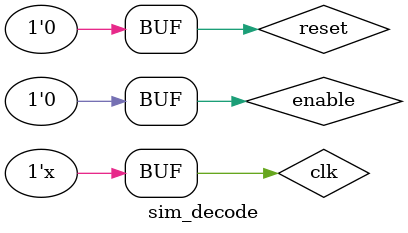
<source format=v>
`timescale 1ns / 1ps


module sim_decode();

reg							clk;
reg 						reset;
reg 						enable;

initial
begin
	reset		=	1'b0;
	clk 		=	1'b0;
	enable		=	1'b0;
	#1	reset	=	1'b1;
		clk 	=	1'b1;
	#1	reset	=	1'b0;
		clk  	=	1'b0;
end

always
begin
	#10	clk	=	~clk;
end

/*
always
begin
	#1000	enable	=	1'b1;
	#10 	enable	=	1'b0;
end
*/

decode_sram		u_decode_sram(
	.clk 					(clk),
	.reset 					(reset),
	.enable 				(enable));


endmodule

</source>
